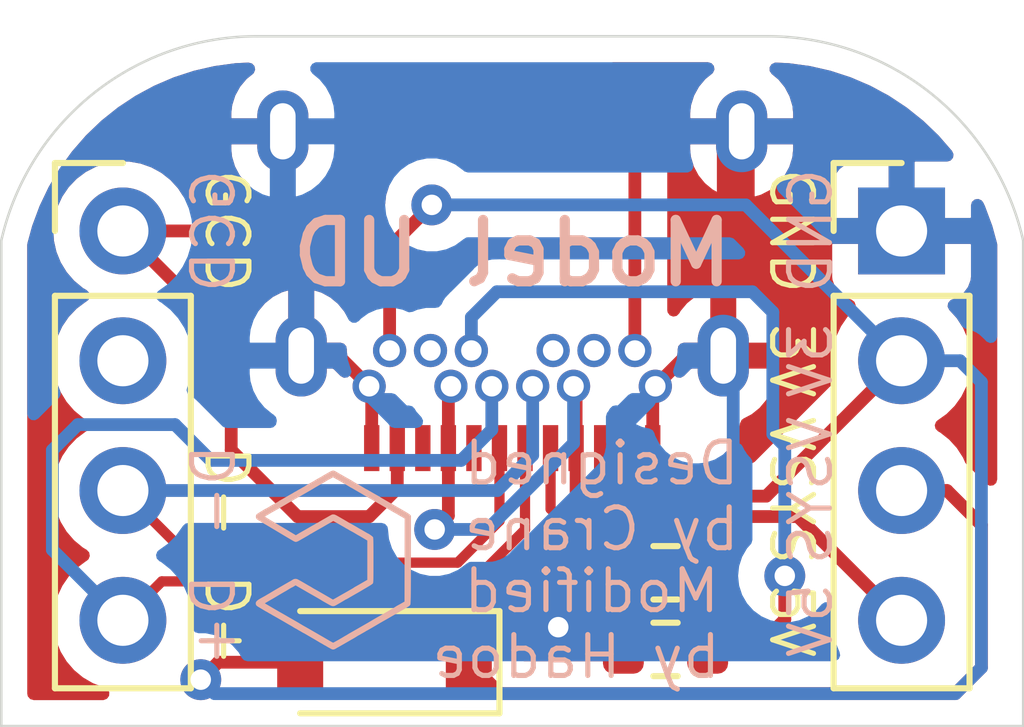
<source format=kicad_pcb>
(kicad_pcb (version 20211014) (generator pcbnew)
  (layers (0 "F.Cu" signal) (31 "B.Cu" signal) (34 "B.Paste" user) (35 "F.Paste" user) (36 "B.SilkS" user "B.Silkscreen") (37 "F.SilkS" user "F.Silkscreen") (38 "B.Mask" user) (39 "F.Mask" user) (44 "Edge.Cuts" user))
  (net 0 "")
  (net 1 "GND")
  (net 2 "3V3")
  (net 3 "VBUS")
  (net 4 "Net-(J1-PadA5)")
  (net 5 "D+")
  (net 6 "D-")
  (net 7 "Net-(J1-PadA8)")
  (net 8 "D3V")
  (net 9 "Net-(J1-PadB5)")
  (net 10 "Net-(J1-PadB8)")
  (net 11 "VSYS")
  (footprint "Model_S:PinHeader_1x04_P2.54mm_Vertical" (layer "F.Cu") (at 57.62 47.06)
    (fp_text reference "J3" hide)
    (fp_text value "Conn_01x04" hide)
    (fp_line (start -1.33 1.27) (end -1.33 8.95) (layer "F.SilkS") (width 0.12))
    (fp_line (start -1.33 1.27) (end 1.33 1.27) (layer "F.SilkS") (width 0.12))
    (fp_line (start -1.33 -1.33) (end 0 -1.33) (layer "F.SilkS") (width 0.12))
    (fp_line (start -1.33 0) (end -1.33 -1.33) (layer "F.SilkS") (width 0.12))
    (fp_line (start 1.33 1.27) (end 1.33 8.95) (layer "F.SilkS") (width 0.12))
    (fp_line (start -1.33 8.95) (end 1.33 8.95) (layer "F.SilkS") (width 0.12))
    (pad "1" thru_hole rect locked (at 0 0) (size 1.7 1.7) (drill 1) (layers *.Cu *.Mask) (net 1 "GND"))
    (pad "2" thru_hole oval locked (at 0 2.54) (size 1.7 1.7) (drill 1) (layers *.Cu *.Mask) (net 2 "3V3"))
    (pad "3" thru_hole oval locked (at 0 5.08) (size 1.7 1.7) (drill 1) (layers *.Cu *.Mask) (net 11 "VSYS"))
    (pad "4" thru_hole oval locked (at 0 7.62) (size 1.7 1.7) (drill 1) (layers *.Cu *.Mask) (net 3 "VBUS"))
  )
  (footprint "Model_S:Shou Han Type-C 24P QCHT" (layer "F.Cu") (at 50 43.25 180)
    (fp_text reference "J1" hide)
    (fp_text value "USB_C_Receptacle")
    (pad "" np_thru_hole circle locked (at 3.75 -7.5 180) (size 0.7 0.7) (drill 0.7) (layers *.Cu *.Mask))
    (pad "" np_thru_hole circle locked (at -3.6 -7.5 180) (size 0.7 0.7) (drill 0.7) (layers *.Cu *.Mask))
    (pad "A1" smd rect locked (at -2.75 -8.06 180) (size 0.3 0.9) (layers "F.Cu" "F.Paste" "F.Mask") (net 1 "GND"))
    (pad "A2" smd rect locked (at -2.25 -8.06 180) (size 0.3 0.9) (layers "F.Cu" "F.Paste" "F.Mask") (net 2 "3V3"))
    (pad "A3" smd rect locked (at -1.75 -8.06 180) (size 0.3 0.9) (layers "F.Cu" "F.Paste" "F.Mask"))
    (pad "A4" smd rect locked (at -1.25 -8.06 180) (size 0.3 0.9) (layers "F.Cu" "F.Paste" "F.Mask") (net 3 "VBUS"))
    (pad "A5" smd rect locked (at -0.75 -8.06 180) (size 0.3 0.9) (layers "F.Cu" "F.Paste" "F.Mask") (net 4 "Net-(J1-PadA5)"))
    (pad "A6" smd rect locked (at -0.25 -8.06 180) (size 0.3 0.9) (layers "F.Cu" "F.Paste" "F.Mask") (net 5 "D+"))
    (pad "A7" smd rect locked (at 0.25 -8.06 180) (size 0.3 0.9) (layers "F.Cu" "F.Paste" "F.Mask") (net 6 "D-"))
    (pad "A8" smd rect locked (at 0.75 -8.06 180) (size 0.3 0.9) (layers "F.Cu" "F.Paste" "F.Mask") (net 7 "Net-(J1-PadA8)"))
    (pad "A9" smd rect locked (at 1.25 -8.06 180) (size 0.3 0.9) (layers "F.Cu" "F.Paste" "F.Mask") (net 3 "VBUS"))
    (pad "A10" smd rect locked (at 1.75 -8.06 180) (size 0.3 0.9) (layers "F.Cu" "F.Paste" "F.Mask"))
    (pad "A11" smd rect locked (at 2.25 -8.06 180) (size 0.3 0.9) (layers "F.Cu" "F.Paste" "F.Mask") (net 8 "D3V"))
    (pad "A12" smd rect locked (at 2.75 -8.06 180) (size 0.3 0.9) (layers "F.Cu" "F.Paste" "F.Mask") (net 1 "GND"))
    (pad "B1" thru_hole circle locked (at 2.8 -6.85 180) (size 0.65 0.65) (drill 0.4) (layers *.Cu *.Mask) (net 1 "GND"))
    (pad "B2" thru_hole circle locked (at 2.4 -6.15 180) (size 0.65 0.65) (drill 0.4) (layers *.Cu *.Mask) (net 2 "3V3"))
    (pad "B3" thru_hole circle locked (at 1.6 -6.15 180) (size 0.65 0.65) (drill 0.4) (layers *.Cu *.Mask))
    (pad "B4" thru_hole circle locked (at 1.2 -6.85 180) (size 0.65 0.65) (drill 0.4) (layers *.Cu *.Mask) (net 3 "VBUS"))
    (pad "B5" thru_hole circle locked (at 0.8 -6.15 180) (size 0.65 0.65) (drill 0.4) (layers *.Cu *.Mask) (net 9 "Net-(J1-PadB5)"))
    (pad "B6" thru_hole circle locked (at 0.4 -6.85 180) (size 0.65 0.65) (drill 0.4) (layers *.Cu *.Mask) (net 5 "D+"))
    (pad "B7" thru_hole circle locked (at -0.4 -6.85 180) (size 0.65 0.65) (drill 0.4) (layers *.Cu *.Mask) (net 6 "D-"))
    (pad "B8" thru_hole circle locked (at -0.8 -6.15 180) (size 0.65 0.65) (drill 0.4) (layers *.Cu *.Mask) (net 10 "Net-(J1-PadB8)"))
    (pad "B9" thru_hole circle locked (at -1.2 -6.85 180) (size 0.65 0.65) (drill 0.4) (layers *.Cu *.Mask) (net 3 "VBUS"))
    (pad "B10" thru_hole circle locked (at -1.6 -6.15 180) (size 0.65 0.65) (drill 0.4) (layers *.Cu *.Mask))
    (pad "B11" thru_hole circle locked (at -2.4 -6.15 180) (size 0.65 0.65) (drill 0.4) (layers *.Cu *.Mask) (net 8 "D3V"))
    (pad "B12" thru_hole circle locked (at -2.8 -6.85 180) (size 0.65 0.65) (drill 0.4) (layers *.Cu *.Mask) (net 1 "GND"))
    (pad "S1" thru_hole oval locked (at -4.49 -1.86 180) (size 1 1.6) (drill oval 0.5 1.1) (layers *.Cu *.Mask) (net 1 "GND"))
    (pad "S1" thru_hole oval locked (at -4.13 -6.25 180) (size 1 1.6) (drill oval 0.5 1.1) (layers *.Cu *.Mask) (net 1 "GND"))
    (pad "S1" thru_hole oval locked (at 4.13 -6.25 180) (size 1 1.6) (drill oval 0.5 1.1) (layers *.Cu *.Mask) (net 1 "GND"))
    (pad "S1" thru_hole oval locked (at 4.49 -1.86 180) (size 1 1.6) (drill oval 0.5 1.1) (layers *.Cu *.Mask) (net 1 "GND"))
  )
  (footprint "Model_S:PinHeader_1x04_P2.54mm_Vertical" (layer "F.Cu") (at 42.38 47.06)
    (fp_text reference "J2" hide)
    (fp_text value "Conn_01x04" hide)
    (fp_line (start -1.33 1.27) (end -1.33 8.95) (layer "F.SilkS") (width 0.12))
    (fp_line (start -1.33 1.27) (end 1.33 1.27) (layer "F.SilkS") (width 0.12))
    (fp_line (start -1.33 8.95) (end 1.33 8.95) (layer "F.SilkS") (width 0.12))
    (fp_line (start 1.33 1.27) (end 1.33 8.95) (layer "F.SilkS") (width 0.12))
    (fp_line (start -1.33 -1.33) (end 0 -1.33) (layer "F.SilkS") (width 0.12))
    (fp_line (start -1.33 0) (end -1.33 -1.33) (layer "F.SilkS") (width 0.12))
    (pad "1" thru_hole circle locked (at 0 0) (size 1.7 1.7) (drill 1) (layers *.Cu *.Mask) (net 8 "D3V"))
    (pad "2" thru_hole oval locked (at 0 2.54) (size 1.7 1.7) (drill 1) (layers *.Cu *.Mask))
    (pad "3" thru_hole oval locked (at 0 5.08) (size 1.7 1.7) (drill 1) (layers *.Cu *.Mask) (net 6 "D-"))
    (pad "4" thru_hole oval locked (at 0 7.62) (size 1.7 1.7) (drill 1) (layers *.Cu *.Mask) (net 5 "D+"))
  )
  (footprint "Resistor_SMD:R_0603_1608Metric" (layer "F.Cu") (at 53 53.75 180)
    (fp_text reference "R1" hide)
    (fp_text value "5.1k" hide)
    (fp_line (start -0.237258 0.5225) (end 0.237258 0.5225) (layer "F.SilkS") (width 0.12))
    (fp_line (start -0.237258 -0.5225) (end 0.237258 -0.5225) (layer "F.SilkS") (width 0.12))
    (pad "1" smd roundrect locked (at -0.825 0 180) (size 0.8 0.95) (layers "F.Cu" "F.Paste" "F.Mask") (net 1 "GND"))
    (pad "2" smd roundrect locked (at 0.825 0 180) (size 0.8 0.95) (layers "F.Cu" "F.Paste" "F.Mask") (net 4 "Net-(J1-PadA5)"))
  )
  (footprint "Resistor_SMD:R_0603_1608Metric" (layer "F.Cu") (at 53 55.25 180)
    (fp_text reference "RE" hide)
    (fp_text value "5.1k" hide)
    (fp_line (start -0.237258 0.5225) (end 0.237258 0.5225) (layer "F.SilkS") (width 0.12))
    (fp_line (start -0.237258 -0.5225) (end 0.237258 -0.5225) (layer "F.SilkS") (width 0.12))
    (pad "1" smd roundrect locked (at -0.825 0 180) (size 0.8 0.95) (layers "F.Cu" "F.Paste" "F.Mask") (net 9 "Net-(J1-PadB5)"))
    (pad "2" smd roundrect locked (at 0.825 0 180) (size 0.8 0.95) (layers "F.Cu" "F.Paste" "F.Mask") (net 1 "GND"))
  )
  (footprint "Diode_SMD:D_SOD-123" (layer "F.Cu") (at 47.5 55.5 180)
    (fp_text reference "D1" hide)
    (fp_text value "MBR120" hide)
    (fp_line (start -2.25 -1) (end 1.65 -1) (layer "F.SilkS") (width 0.12))
    (fp_line (start -2.25 1) (end 1.65 1) (layer "F.SilkS") (width 0.12))
    (fp_line (start -2.25 -1) (end -2.25 1) (layer "F.SilkS") (width 0.12))
    (pad "1" smd rect locked (at -1.65 0 180) (size 0.9 1.2) (layers "F.Cu" "F.Paste" "F.Mask") (net 11 "VSYS"))
    (pad "2" smd rect locked (at 1.65 0 180) (size 0.9 1.2) (layers "F.Cu" "F.Paste" "F.Mask") (net 2 "3V3"))
  )
  (footprint "HTangl:Crane_C" (layer "B.Cu") (at 46.5 53.5 180)
    (fp_text reference "G***" hide)
    (fp_text value "LOGO" hide)
    (fp_poly (pts (xy 0.030747 1.73995) (xy 0.053309 1.729991) (xy 0.082054 1.714784) (xy 0.102524 1.70342) (xy 0.131542 1.687069) (xy 0.159656 1.670965) (xy 0.184313 1.656586) (xy 0.20296 1.645414) (xy 0.208553 1.641928) (xy 0.224011 1.632273) (xy 0.235328 1.625569) (xy 0.239713 1.623391) (xy 0.244949 1.620802) (xy 0.257665 1.613821) (xy 0.275806 1.603625) (xy 0.297317 1.591394) (xy 0.320144 1.578306) (xy 0.342231 1.56554) (xy 0.361524 1.554274) (xy 0.375967 1.545688) (xy 0.383506 1.540959) (xy 0.383761 1.540774) (xy 0.391273 1.536062) (xy 0.405228 1.527989) (xy 0.419652 1.519938) (xy 0.451648 1.502298) (xy 0.476123 1.488644) (xy 0.495268 1.477703) (xy 0.511272 1.468202) (xy 0.526326 1.458867) (xy 0.542333 1.448611) (xy 0.559961 1.437407) (xy 0.573793 1.428996) (xy 0.581434 1.424822) (xy 0.582122 1.424609) (xy 0.587921 1.422004) (xy 0.600299 1.415227) (xy 0.614051 1.407234) (xy 0.636449 1.394187) (xy 0.661235 1.380135) (xy 0.673652 1.373261) (xy 0.692391 1.362735) (xy 0.709188 1.352821) (xy 0.717826 1.34736) (xy 0.731225 1.339327) (xy 0.741279 1.334577) (xy 0.750823 1.329877) (xy 0.76606 1.321104) (xy 0.781419 1.311592) (xy 0.797277 1.301645) (xy 0.809065 1.294617) (xy 0.814091 1.292087) (xy 0.819271 1.289429) (xy 0.832647 1.281966) (xy 0.85288 1.270461) (xy 0.87863 1.255678) (xy 0.908557 1.238384) (xy 0.930186 1.225826) (xy 0.962284 1.207254) (xy 0.991236 1.190692) (xy 1.015672 1.176907) (xy 1.034223 1.166667) (xy 1.045519 1.160741) (xy 1.048334 1.159565) (xy 1.055163 1.156183) (xy 1.063274 1.149647) (xy 1.073867 1.141647) (xy 1.090234 1.13118) (xy 1.104348 1.123021) (xy 1.125117 1.111487) (xy 1.145892 1.099783) (xy 1.156804 1.093539) (xy 1.174761 1.083338) (xy 1.196211 1.071405) (xy 1.207779 1.06507) (xy 1.227757 1.053882) (xy 1.251737 1.039983) (xy 1.273224 1.027166) (xy 1.290708 1.016666) (xy 1.304115 1.008845) (xy 1.311044 1.005096) (xy 1.311462 1.004957) (xy 1.318428 1.002157) (xy 1.332872 0.994496) (xy 1.352977 0.983078) (xy 1.376926 0.969008) (xy 1.402905 0.953391) (xy 1.429096 0.937333) (xy 1.453685 0.921937) (xy 1.474855 0.908309) (xy 1.490791 0.897553) (xy 1.499675 0.890776) (xy 1.500505 0.889926) (xy 1.509755 0.873656) (xy 1.512898 0.852222) (xy 1.512929 0.849391) (xy 1.511205 0.831455) (xy 1.505071 0.816108) (xy 1.493143 0.801805) (xy 1.474039 0.787) (xy 1.446377 0.770149) (xy 1.437686 0.765283) (xy 1.413768 0.75175) (xy 1.390706 0.738186) (xy 1.372065 0.726705) (xy 1.365636 0.722489) (xy 1.351851 0.71349) (xy 1.342069 0.707808) (xy 1.339469 0.706783) (xy 1.334303 0.704021) (xy 1.320512 0.696069) (xy 1.298934 0.683424) (xy 1.270411 0.666585) (xy 1.23578 0.646048) (xy 1.195883 0.622312) (xy 1.151558 0.595874) (xy 1.103647 0.567234) (xy 1.058855 0.540406) (xy 1.007939 0.509933) (xy 0.95944 0.481008) (xy 0.914257 0.454159) (xy 0.873289 0.429915) (xy 0.837435 0.408807) (xy 0.807595 0.391364) (xy 0.784666 0.378114) (xy 0.769549 0.369589) (xy 0.763558 0.366471) (xy 0.745153 0.360605) (xy 0.727517 0.360115) (xy 0.707875 0.365505) (xy 0.68345 0.377276) (xy 0.673652 0.38277) (xy 0.653313 0.39444) (xy 0.635548 0.40462) (xy 0.623381 0.411579) (xy 0.621196 0.412824) (xy 0.58175 0.435278) (xy 0.550543 0.453122) (xy 0.526189 0.467165) (xy 0.507304 0.478215) (xy 0.492505 0.487081) (xy 0.480406 0.494572) (xy 0.471173 0.500487) (xy 0.455674 0.510238) (xy 0.444038 0.516959) (xy 0.439305 0.519044) (xy 0.433049 0.521798) (xy 0.421182 0.528738) (xy 0.415393 0.532414) (xy 0.403656 0.539606) (xy 0.384386 0.550931) (xy 0.359704 0.565163) (xy 0.331731 0.581076) (xy 0.311978 0.592193) (xy 0.283129 0.608386) (xy 0.256246 0.623528) (xy 0.233409 0.636442) (xy 0.216698 0.645955) (xy 0.209826 0.64992) (xy 0.178993 0.6679) (xy 0.148398 0.685603) (xy 0.119553 0.702167) (xy 0.093969 0.716734) (xy 0.073158 0.728443) (xy 0.05863 0.736435) (xy 0.051897 0.739849) (xy 0.051651 0.739913) (xy 0.045957 0.742739) (xy 0.034568 0.749863) (xy 0.028795 0.753718) (xy 0.015086 0.762157) (xy 0.004661 0.767038) (xy 0.002341 0.767522) (xy -0.004249 0.76487) (xy -0.018665 0.757522) (xy -0.039222 0.746387) (xy -0.064232 0.732374) (xy -0.086106 0.719824) (xy -0.115842 0.702648) (xy -0.144711 0.686076) (xy -0.170317 0.671474) (xy -0.190266 0.66021) (xy -0.198783 0.655482) (xy -0.217732 0.644742) (xy -0.234927 0.634407) (xy -0.243809 0.628636) (xy -0.254903 0.621577) (xy -0.261706 0.618444) (xy -0.261864 0.618435) (xy -0.268123 0.615723) (xy -0.280305 0.608808) (xy -0.288511 0.603759) (xy -0.30633 0.593057) (xy -0.328441 0.580512) (xy -0.344999 0.571537) (xy -0.371784 0.557207) (xy -0.395759 0.543866) (xy -0.420791 0.529304) (xy -0.450749 0.511314) (xy -0.455373 0.508507) (xy -0.473076 0.4979) (xy -0.486784 0.489964) (xy -0.494089 0.486086) (xy -0.49463 0.485913) (xy -0.500286 0.483078) (xy -0.515113 0.474678) (xy -0.538838 0.460873) (xy -0.571189 0.441822) (xy -0.611892 0.417685) (xy -0.639141 0.401465) (xy -0.66813 0.384189) (xy -0.66813 -0.391099) (xy -0.644663 -0.404544) (xy -0.631195 -0.412297) (xy -0.610713 -0.424131) (xy -0.585752 -0.438582) (xy -0.558845 -0.454182) (xy -0.552174 -0.458054) (xy -0.523694 -0.47449) (xy -0.495068 -0.490844) (xy -0.469361 -0.505377) (xy -0.449635 -0.516348) (xy -0.447261 -0.517645) (xy -0.428452 -0.528197) (xy -0.412766 -0.537572) (xy -0.403414 -0.543845) (xy -0.403087 -0.544112) (xy -0.392916 -0.551333) (xy -0.378439 -0.560254) (xy -0.375478 -0.561949) (xy -0.362554 -0.569301) (xy -0.343075 -0.58046) (xy -0.320047 -0.593703) (xy -0.303696 -0.603133) (xy -0.278937 -0.617376) (xy -0.254646 -0.631261) (xy -0.234278 -0.642816) (xy -0.225011 -0.648015) (xy -0.209196 -0.656845) (xy -0.193243 -0.66583) (xy -0.175432 -0.675954) (xy -0.154045 -0.688198) (xy -0.127362 -0.703545) (xy -0.093664 -0.722979) (xy -0.074621 -0.733972) (xy -0.048181 -0.749048) (xy -0.024929 -0.761943) (xy -0.006606 -0.771721) (xy 0.005047 -0.777446) (xy 0.008205 -0.778551) (xy 0.015437 -0.775853) (xy 0.029105 -0.768779) (xy 0.046302 -0.75884) (xy 0.046935 -0.758457) (xy 0.061993 -0.749488) (xy 0.084039 -0.736568) (xy 0.111635 -0.720522) (xy 0.14334 -0.702176) (xy 0.177718 -0.682354) (xy 0.213328 -0.661883) (xy 0.248733 -0.641587) (xy 0.282493 -0.622292) (xy 0.31317 -0.604823) (xy 0.339325 -0.590006) (xy 0.35952 -0.578666) (xy 0.372315 -0.571628) (xy 0.375478 -0.569984) (xy 0.386982 -0.563728) (xy 0.404152 -0.553617) (xy 0.423377 -0.54178) (xy 0.424348 -0.541168) (xy 0.441383 -0.530559) (xy 0.454377 -0.522727) (xy 0.460904 -0.519129) (xy 0.461196 -0.519043) (xy 0.466253 -0.516374) (xy 0.479509 -0.508875) (xy 0.499639 -0.49731) (xy 0.525319 -0.482441) (xy 0.555226 -0.465032) (xy 0.577979 -0.451736) (xy 0.611394 -0.432385) (xy 0.64281 -0.414577) (xy 0.670598 -0.399206) (xy 0.693132 -0.387163) (xy 0.708784 -0.37934) (xy 0.714206 -0.37704) (xy 0.743741 -0.372363) (xy 0.77365 -0.378657) (xy 0.797891 -0.391722) (xy 0.81558 -0.403108) (xy 0.83714 -0.415966) (xy 0.850348 -0.423378) (xy 0.865167 -0.431612) (xy 0.887277 -0.444132) (xy 0.914434 -0.459657) (xy 0.944391 -0.476903) (xy 0.969065 -0.491195) (xy 1.001925 -0.510282) (xy 1.035943 -0.530038) (xy 1.068192 -0.548764) (xy 1.095743 -0.564759) (xy 1.10987 -0.572959) (xy 1.138714 -0.589854) (xy 1.170978 -0.608995) (xy 1.201279 -0.62718) (xy 1.212022 -0.6337) (xy 1.235935 -0.648151) (xy 1.259322 -0.662065) (xy 1.278718 -0.67339) (xy 1.286565 -0.677847) (xy 1.301912 -0.686578) (xy 1.313486 -0.693483) (xy 1.316935 -0.695739) (xy 1.324718 -0.700599) (xy 1.338425 -0.708495) (xy 1.347304 -0.713436) (xy 1.383742 -0.733525) (xy 1.412017 -0.749312) (xy 1.433691 -0.761725) (xy 1.450327 -0.771693) (xy 1.463488 -0.780145) (xy 1.474737 -0.78801) (xy 1.482375 -0.793712) (xy 1.503391 -0.813734) (xy 1.51396 -0.834531) (xy 1.51465 -0.85765) (xy 1.511092 -0.871717) (xy 1.506831 -0.881134) (xy 1.499654 -0.889915) (xy 1.487742 -0.899595) (xy 1.469276 -0.911706) (xy 1.449457 -0.923646) (xy 1.422146 -0.939847) (xy 1.393306 -0.957046) (xy 1.367149 -0.972726) (xy 1.354058 -0.980623) (xy 1.335546 -0.991667) (xy 1.320896 -1.000093) (xy 1.312449 -1.004569) (xy 1.311362 -1.004956) (xy 1.305788 -1.007635) (xy 1.293313 -1.014727) (xy 1.276417 -1.024813) (xy 1.272761 -1.027043) (xy 1.255176 -1.037569) (xy 1.241402 -1.04537) (xy 1.233974 -1.049023) (xy 1.233483 -1.04913) (xy 1.227183 -1.051977) (xy 1.216284 -1.058875) (xy 1.215635 -1.059324) (xy 1.20344 -1.067063) (xy 1.185318 -1.077714) (xy 1.165105 -1.089026) (xy 1.164297 -1.089466) (xy 1.143478 -1.100964) (xy 1.117157 -1.115753) (xy 1.089369 -1.131557) (xy 1.073188 -1.140858) (xy 1.049504 -1.154526) (xy 1.027726 -1.167067) (xy 1.0106 -1.1769) (xy 1.002196 -1.181698) (xy 0.991774 -1.187698) (xy 0.973908 -1.198078) (xy 0.950676 -1.211625) (xy 0.924156 -1.22713) (xy 0.908895 -1.236068) (xy 0.882939 -1.251229) (xy 0.860547 -1.26421) (xy 0.843347 -1.274073) (xy 0.832968 -1.279883) (xy 0.830648 -1.281043) (xy 0.825621 -1.283757) (xy 0.813354 -1.291048) (xy 0.795976 -1.30164) (xy 0.784621 -1.308652) (xy 0.76512 -1.320578) (xy 0.749336 -1.329913) (xy 0.739469 -1.335374) (xy 0.737346 -1.336261) (xy 0.73165 -1.338943) (xy 0.719078 -1.346041) (xy 0.702127 -1.356136) (xy 0.6985 -1.358348) (xy 0.681087 -1.36885) (xy 0.667678 -1.376645) (xy 0.660719 -1.380319) (xy 0.660315 -1.380435) (xy 0.65494 -1.383095) (xy 0.642602 -1.390141) (xy 0.625743 -1.40017) (xy 0.62186 -1.402522) (xy 0.604186 -1.413022) (xy 0.590323 -1.420817) (xy 0.582804 -1.424492) (xy 0.582282 -1.424609) (xy 0.576464 -1.427254) (xy 0.563355 -1.434386) (xy 0.545127 -1.4448) (xy 0.531106 -1.453027) (xy 0.507834 -1.466729) (xy 0.478497 -1.483869) (xy 0.446613 -1.502398) (xy 0.415701 -1.520267) (xy 0.41137 -1.522762) (xy 0.380781 -1.540485) (xy 0.348591 -1.559334) (xy 0.318364 -1.577209) (xy 0.293666 -1.592012) (xy 0.290828 -1.593734) (xy 0.270396 -1.606039) (xy 0.25372 -1.615851) (xy 0.242878 -1.621962) (xy 0.239849 -1.623391) (xy 0.234422 -1.626067) (xy 0.222066 -1.63315) (xy 0.205234 -1.643226) (xy 0.201544 -1.645478) (xy 0.184057 -1.65599) (xy 0.170493 -1.663788) (xy 0.163333 -1.667453) (xy 0.162891 -1.667565) (xy 0.157292 -1.670245) (xy 0.144797 -1.677338) (xy 0.127889 -1.687426) (xy 0.124239 -1.689652) (xy 0.106795 -1.700159) (xy 0.093321 -1.707955) (xy 0.086277 -1.711625) (xy 0.085857 -1.711739) (xy 0.08026 -1.714354) (xy 0.068215 -1.721105) (xy 0.056965 -1.727755) (xy 0.033012 -1.740615) (xy 0.013862 -1.74658) (xy -0.003743 -1.746305) (xy -0.0172 -1.742642) (xy -0.035962 -1.734323) (xy -0.053573 -1.723952) (xy -0.053944 -1.723689) (xy -0.065568 -1.715906) (xy -0.072925 -1.711889) (xy -0.073587 -1.711739) (xy -0.078939 -1.709068) (xy -0.092818 -1.701444) (xy -0.114195 -1.689455) (xy -0.142041 -1.673686) (xy -0.175329 -1.654723) (xy -0.21303 -1.633152) (xy -0.254116 -1.609558) (xy -0.297558 -1.584529) (xy -0.342328 -1.558649) (xy -0.34787 -1.55544) (xy -0.36491 -1.545708) (xy -0.384873 -1.534496) (xy -0.392043 -1.530516) (xy -0.409346 -1.520489) (xy -0.431236 -1.507165) (xy -0.453102 -1.493355) (xy -0.453985 -1.492785) (xy -0.471614 -1.481581) (xy -0.485445 -1.47317) (xy -0.493086 -1.468996) (xy -0.493775 -1.468782) (xy -0.499573 -1.466177) (xy -0.511951 -1.4594) (xy -0.525703 -1.451407) (xy -0.548101 -1.438361) (xy -0.572887 -1.424309) (xy -0.585304 -1.417434) (xy -0.604261 -1.406717) (xy -0.621459 -1.396395) (xy -0.630331 -1.390635) (xy -0.641195 -1.383596) (xy -0.647539 -1.380446) (xy -0.647687 -1.380435) (xy -0.653346 -1.377732) (xy -0.667335 -1.370073) (xy -0.688481 -1.358132) (xy -0.715613 -1.342581) (xy -0.74756 -1.324095) (xy -0.78315 -1.303346) (xy -0.821211 -1.28101) (xy -0.84373 -1.267726) (xy -0.891689 -1.239521) (xy -0.934547 -1.214599) (xy -0.970817 -1.193818) (xy -0.996674 -1.179323) (xy -1.006609 -1.173724) (xy -1.024526 -1.163505) (xy -1.048849 -1.149577) (xy -1.077997 -1.132845) (xy -1.110394 -1.11422) (xy -1.14446 -1.094607) (xy -1.178617 -1.074916) (xy -1.211288 -1.056054) (xy -1.240893 -1.038929) (xy -1.261717 -1.026854) (xy -1.312949 -0.997075) (xy -1.355496 -0.972273) (xy -1.390242 -0.951906) (xy -1.418069 -0.935432) (xy -1.43986 -0.922311) (xy -1.456496 -0.912) (xy -1.468861 -0.903957) (xy -1.477836 -0.897642) (xy -1.484304 -0.892513) (xy -1.489147 -0.888028) (xy -1.49094 -0.886173) (xy -1.495604 -0.880849) (xy -1.499133 -0.875089) (xy -1.501749 -0.867282) (xy -1.503672 -0.855818) (xy -1.505125 -0.839085) (xy -1.506329 -0.815472) (xy -1.507506 -0.783367) (xy -1.508264 -0.760184) (xy -1.508705 -0.741051) (xy -1.509138 -0.711636) (xy -1.50956 -0.672701) (xy -1.509967 -0.625007) (xy -1.510356 -0.569315) (xy -1.510723 -0.506387) (xy -1.511065 -0.436985) (xy -1.511378 -0.361871) (xy -1.511658 -0.281804) (xy -1.511901 -0.197548) (xy -1.512104 -0.109864) (xy -1.512264 -0.019512) (xy -1.512376 0.072745) (xy -1.512406 0.107883) (xy -1.512919 0.813767) (xy -1.399761 0.813767) (xy -1.399659 0.746471) (xy -1.399637 0.732772) (xy -1.399597 0.708743) (xy -1.399541 0.675098) (xy -1.39947 0.632552) (xy -1.399384 0.581817) (xy -1.399286 0.523607) (xy -1.399176 0.458637) (xy -1.399055 0.38762) (xy -1.398926 0.31127) (xy -1.398788 0.2303) (xy -1.398643 0.145425) (xy -1.398493 0.057358) (xy -1.398339 -0.033188) (xy -1.398278 -0.068494) (xy -1.397 -0.816163) (xy -1.36525 -0.83443) (xy -1.350784 -0.842744) (xy -1.339316 -0.849283) (xy -1.328317 -0.855455) (xy -1.315257 -0.862665) (xy -1.297608 -0.87232) (xy -1.27284 -0.885827) (xy -1.272271 -0.886136) (xy -1.253241 -0.896717) (xy -1.237584 -0.9058) (xy -1.22821 -0.911689) (xy -1.227384 -0.912303) (xy -1.219332 -0.917861) (xy -1.205846 -0.926409) (xy -1.189853 -0.936185) (xy -1.17428 -0.945425) (xy -1.162054 -0.952369) (xy -1.1561 -0.955255) (xy -1.156026 -0.955261) (xy -1.150504 -0.957962) (xy -1.138836 -0.964858) (xy -1.130466 -0.970077) (xy -1.109158 -0.983179) (xy -1.08064 -0.999991) (xy -1.043901 -1.021103) (xy -1.021522 -1.033803) (xy -1.005937 -1.042752) (xy -0.986029 -1.054359) (xy -0.971826 -1.062728) (xy -0.954288 -1.07291) (xy -0.930499 -1.086437) (xy -0.903901 -1.101364) (xy -0.883478 -1.112693) (xy -0.855037 -1.128642) (xy -0.821537 -1.147837) (xy -0.787336 -1.167762) (xy -0.759239 -1.18443) (xy -0.732642 -1.200321) (xy -0.707118 -1.215444) (xy -0.685315 -1.228239) (xy -0.66988 -1.237144) (xy -0.66813 -1.238131) (xy -0.657078 -1.244395) (xy -0.637889 -1.255345) (xy -0.612001 -1.270156) (xy -0.580848 -1.288007) (xy -0.545868 -1.308074) (xy -0.508497 -1.329536) (xy -0.496956 -1.336168) (xy -0.459487 -1.357684) (xy -0.424279 -1.377866) (xy -0.392702 -1.39593) (xy -0.366129 -1.411093) (xy -0.345931 -1.422571) (xy -0.333479 -1.429582) (xy -0.331304 -1.430781) (xy -0.316697 -1.439133) (xy -0.297067 -1.450879) (xy -0.276913 -1.46332) (xy -0.259814 -1.473896) (xy -0.246702 -1.481697) (xy -0.240036 -1.485267) (xy -0.239724 -1.485348) (xy -0.234287 -1.488016) (xy -0.222256 -1.494964) (xy -0.208529 -1.503281) (xy -0.184991 -1.517545) (xy -0.157661 -1.533693) (xy -0.128159 -1.550816) (xy -0.098105 -1.568001) (xy -0.069119 -1.584336) (xy -0.042821 -1.598911) (xy -0.02083 -1.610813) (xy -0.004768 -1.619132) (xy 0.003746 -1.622955) (xy 0.004434 -1.623102) (xy 0.011873 -1.620564) (xy 0.026535 -1.613461) (xy 0.046187 -1.602932) (xy 0.065173 -1.592124) (xy 0.093513 -1.575568) (xy 0.124654 -1.557366) (xy 0.153649 -1.540409) (xy 0.165652 -1.533386) (xy 0.187928 -1.520371) (xy 0.208448 -1.508424) (xy 0.224106 -1.49935) (xy 0.229152 -1.49645) (xy 0.238319 -1.49118) (xy 0.255579 -1.481229) (xy 0.279465 -1.467442) (xy 0.308511 -1.450667) (xy 0.341249 -1.43175) (xy 0.372717 -1.41356) (xy 0.408088 -1.393134) (xy 0.441608 -1.373821) (xy 0.47169 -1.356531) (xy 0.49675 -1.342175) (xy 0.515201 -1.331663) (xy 0.524565 -1.326396) (xy 0.568547 -1.301766) (xy 0.609862 -1.27803) (xy 0.645618 -1.256861) (xy 0.659848 -1.24817) (xy 0.680393 -1.235725) (xy 0.705986 -1.220606) (xy 0.73203 -1.205521) (xy 0.739597 -1.201205) (xy 0.760122 -1.189552) (xy 0.777146 -1.179871) (xy 0.792556 -1.171079) (xy 0.808238 -1.162091) (xy 0.826079 -1.151824) (xy 0.847967 -1.139195) (xy 0.875787 -1.12312) (xy 0.908326 -1.104309) (xy 0.938934 -1.08665) (xy 0.968548 -1.069631) (xy 0.994917 -1.054542) (xy 1.01579 -1.042671) (xy 1.027044 -1.036344) (xy 1.042398 -1.027678) (xy 1.064836 -1.014847) (xy 1.091904 -0.99926) (xy 1.121153 -0.982328) (xy 1.137478 -0.972838) (xy 1.171098 -0.953265) (xy 1.207931 -0.931829) (xy 1.244111 -0.910777) (xy 1.275772 -0.892361) (xy 1.283804 -0.887691) (xy 1.307854 -0.87368) (xy 1.328196 -0.861778) (xy 1.343067 -0.853019) (xy 1.350708 -0.848438) (xy 1.351337 -0.848024) (xy 1.347156 -0.845075) (xy 1.334741 -0.837461) (xy 1.315454 -0.82599) (xy 1.290655 -0.811466) (xy 1.261704 -0.794697) (xy 1.249185 -0.787494) (xy 1.216904 -0.768906) (xy 1.186302 -0.751187) (xy 1.159238 -0.735423) (xy 1.137573 -0.722698) (xy 1.123168 -0.714098) (xy 1.120913 -0.712715) (xy 1.101724 -0.701014) (xy 1.07655 -0.685923) (xy 1.047864 -0.668898) (xy 1.018136 -0.651391) (xy 0.989838 -0.634858) (xy 0.965443 -0.620752) (xy 0.947421 -0.610528) (xy 0.944217 -0.608757) (xy 0.924887 -0.597816) (xy 0.905843 -0.586496) (xy 0.900044 -0.58289) (xy 0.877223 -0.568673) (xy 0.854728 -0.555103) (xy 0.834646 -0.543391) (xy 0.819067 -0.534747) (xy 0.810079 -0.530382) (xy 0.808935 -0.530087) (xy 0.802623 -0.527384) (xy 0.789749 -0.520292) (xy 0.77308 -0.510336) (xy 0.772787 -0.510156) (xy 0.740495 -0.490224) (xy 0.661519 -0.535668) (xy 0.633371 -0.551859) (xy 0.60713 -0.566944) (xy 0.584931 -0.579697) (xy 0.568909 -0.58889) (xy 0.563217 -0.592147) (xy 0.550081 -0.599708) (xy 0.530555 -0.611018) (xy 0.507782 -0.624256) (xy 0.494196 -0.632173) (xy 0.470128 -0.64613) (xy 0.446616 -0.659622) (xy 0.427191 -0.670628) (xy 0.419652 -0.674823) (xy 0.398729 -0.686479) (xy 0.373294 -0.700884) (xy 0.345277 -0.716919) (xy 0.316606 -0.733466) (xy 0.289209 -0.749405) (xy 0.265016 -0.763618) (xy 0.245955 -0.774986) (xy 0.233954 -0.782389) (xy 0.231913 -0.783743) (xy 0.21871 -0.792242) (xy 0.201244 -0.80269) (xy 0.193261 -0.807248) (xy 0.174056 -0.818044) (xy 0.155092 -0.828748) (xy 0.149087 -0.832151) (xy 0.108881 -0.855086) (xy 0.076772 -0.873077) (xy 0.051045 -0.886255) (xy 0.02999 -0.89475) (xy 0.011893 -0.898693) (xy -0.004958 -0.898215) (xy -0.022276 -0.893447) (xy -0.041773 -0.884519) (xy -0.065161 -0.871562) (xy -0.094153 -0.854708) (xy -0.100237 -0.851191) (xy -0.130082 -0.83389) (xy -0.158704 -0.817124) (xy -0.183847 -0.802229) (xy -0.203255 -0.790537) (xy -0.212288 -0.78493) (xy -0.227619 -0.775561) (xy -0.239174 -0.769241) (xy -0.243602 -0.767522) (xy -0.249771 -0.764897) (xy -0.263225 -0.757815) (xy -0.281761 -0.747468) (xy -0.296358 -0.739047) (xy -0.328904 -0.720115) (xy -0.364291 -0.699662) (xy -0.399855 -0.679216) (xy -0.432932 -0.660306) (xy -0.460858 -0.644461) (xy -0.47487 -0.636594) (xy -0.489704 -0.628134) (xy -0.511001 -0.615749) (xy -0.535753 -0.601197) (xy -0.557696 -0.588178) (xy -0.584858 -0.572027) (xy -0.617679 -0.55257) (xy -0.652293 -0.532098) (xy -0.684837 -0.512896) (xy -0.689335 -0.510247) (xy -0.725049 -0.488413) (xy -0.750699 -0.470899) (xy -0.766255 -0.457726) (xy -0.77078 -0.45182) (xy -0.772241 -0.447519) (xy -0.773514 -0.44018) (xy -0.774611 -0.429109) (xy -0.775544 -0.41361) (xy -0.776325 -0.392989) (xy -0.776967 -0.366551) (xy -0.777481 -0.333599) (xy -0.777879 -0.29344) (xy -0.778174 -0.245379) (xy -0.778378 -0.188719) (xy -0.778502 -0.122767) (xy -0.778558 -0.046826) (xy -0.778565 -0.003295) (xy -0.778516 0.083163) (xy -0.778364 0.159052) (xy -0.778103 0.224849) (xy -0.777725 0.281029) (xy -0.777224 0.328067) (xy -0.776593 0.366439) (xy -0.775825 0.396619) (xy -0.774914 0.419084) (xy -0.773852 0.434307) (xy -0.772633 0.442766) (xy -0.772151 0.444255) (xy -0.765851 0.451533) (xy -0.752928 0.462707) (xy -0.735888 0.475963) (xy -0.717235 0.489486) (xy -0.699475 0.501463) (xy -0.685114 0.510078) (xy -0.676656 0.513518) (xy -0.676497 0.513522) (xy -0.671191 0.516169) (xy -0.658038 0.52348) (xy -0.638703 0.534508) (xy -0.61485 0.548308) (xy -0.598769 0.557696) (xy -0.572998 0.572718) (xy -0.550752 0.58555) (xy -0.533688 0.595244) (xy -0.523465 0.600855) (xy -0.521295 0.60187) (xy -0.515939 0.60454) (xy -0.503686 0.611593) (xy -0.487026 0.621589) (xy -0.48435 0.623223) (xy -0.456934 0.639661) (xy -0.424556 0.658547) (xy -0.390746 0.677866) (xy -0.359033 0.695602) (xy -0.332945 0.709742) (xy -0.331304 0.710606) (xy -0.315151 0.719256) (xy -0.302186 0.726483) (xy -0.298174 0.728868) (xy -0.280156 0.739922) (xy -0.25543 0.754703) (xy -0.225868 0.772131) (xy -0.19334 0.791124) (xy -0.159717 0.8106) (xy -0.126871 0.82948) (xy -0.096672 0.846681) (xy -0.070992 0.861123) (xy -0.051701 0.871724) (xy -0.043372 0.876095) (xy -0.013778 0.886914) (xy 0.012995 0.887729) (xy 0.03149 0.882157) (xy 0.041243 0.877222) (xy 0.058658 0.867808) (xy 0.081835 0.854963) (xy 0.108877 0.839738) (xy 0.132522 0.826261) (xy 0.162236 0.809246) (xy 0.190484 0.793098) (xy 0.215104 0.779051) (xy 0.233931 0.768339) (xy 0.242957 0.763234) (xy 0.262214 0.751951) (xy 0.281173 0.740155) (xy 0.287032 0.736303) (xy 0.299911 0.728236) (xy 0.308904 0.723706) (xy 0.310402 0.723348) (xy 0.316788 0.72065) (xy 0.329914 0.713512) (xy 0.347169 0.703368) (xy 0.35063 0.701261) (xy 0.368082 0.690753) (xy 0.381573 0.682957) (xy 0.388637 0.679288) (xy 0.389061 0.679174) (xy 0.394368 0.676537) (xy 0.407606 0.669227) (xy 0.427176 0.658149) (xy 0.451478 0.644207) (xy 0.473171 0.631646) (xy 0.503395 0.614151) (xy 0.533322 0.596959) (xy 0.560367 0.581546) (xy 0.581944 0.569388) (xy 0.590826 0.564469) (xy 0.611146 0.553052) (xy 0.636954 0.538133) (xy 0.66433 0.521993) (xy 0.680864 0.512076) (xy 0.735011 0.47933) (xy 0.876886 0.564226) (xy 0.918923 0.58936) (xy 0.967737 0.618515) (xy 1.020612 0.650069) (xy 1.074832 0.682402) (xy 1.127679 0.713893) (xy 1.176437 0.742922) (xy 1.185568 0.748354) (xy 1.231042 0.775303) (xy 1.267762 0.797087) (xy 1.296314 0.814434) (xy 1.317283 0.828071) (xy 1.331255 0.838727) (xy 1.338817 0.847129) (xy 1.340555 0.854003) (xy 1.337054 0.860079) (xy 1.328901 0.866082) (xy 1.316682 0.872741) (xy 1.300981 0.880782) (xy 1.294849 0.884017) (xy 1.273571 0.895764) (xy 1.252531 0.907948) (xy 1.23963 0.915833) (xy 1.222076 0.926699) (xy 1.205177 0.936666) (xy 1.200978 0.939023) (xy 1.186453 0.947006) (xy 1.167627 0.957345) (xy 1.156804 0.963285) (xy 1.107341 0.990793) (xy 1.052308 1.022019) (xy 0.995482 1.054793) (xy 0.940636 1.086944) (xy 0.909828 1.105286) (xy 0.883023 1.121257) (xy 0.859583 1.135032) (xy 0.84111 1.145686) (xy 0.829205 1.152294) (xy 0.825486 1.154044) (xy 0.819639 1.156728) (xy 0.80702 1.163806) (xy 0.790221 1.173818) (xy 0.788093 1.17512) (xy 0.75283 1.196523) (xy 0.720996 1.215427) (xy 0.694388 1.230781) (xy 0.674802 1.241538) (xy 0.670891 1.243547) (xy 0.660303 1.249216) (xy 0.641848 1.259461) (xy 0.617213 1.273318) (xy 0.588084 1.289823) (xy 0.556146 1.308011) (xy 0.523087 1.326917) (xy 0.490592 1.345575) (xy 0.460347 1.363022) (xy 0.434038 1.378292) (xy 0.413351 1.390421) (xy 0.399973 1.398444) (xy 0.397565 1.399951) (xy 0.384588 1.407947) (xy 0.364379 1.420027) (xy 0.339304 1.434807) (xy 0.311724 1.450902) (xy 0.284004 1.466928) (xy 0.258507 1.481501) (xy 0.254 1.484052) (xy 0.231412 1.496921) (xy 0.207005 1.510996) (xy 0.182837 1.525069) (xy 0.160968 1.537933) (xy 0.143456 1.548379) (xy 0.132359 1.555199) (xy 0.129761 1.556949) (xy 0.12259 1.561414) (xy 0.108315 1.569538) (xy 0.089599 1.579817) (xy 0.082826 1.583465) (xy 0.061215 1.595134) (xy 0.041189 1.60609) (xy 0.026416 1.614324) (xy 0.02418 1.615601) (xy 0.006947 1.625536) (xy -0.089016 1.571225) (xy -0.149727 1.53668) (xy -0.202644 1.506153) (xy -0.249733 1.478493) (xy -0.292961 1.452552) (xy -0.313223 1.440184) (xy -0.330281 1.429922) (xy -0.343398 1.422418) (xy -0.350015 1.419129) (xy -0.350252 1.419087) (xy -0.35603 1.416487) (xy -0.368395 1.409723) (xy -0.382137 1.401751) (xy -0.393451 1.395045) (xy -0.40331 1.389224) (xy -0.413348 1.383338) (xy -0.425199 1.376438) (xy -0.440496 1.367575) (xy -0.460874 1.3558) (xy -0.487964 1.340163) (xy -0.513522 1.325417) (xy -0.53857 1.310894) (xy -0.560356 1.298127) (xy -0.577007 1.288225) (xy -0.586648 1.282297) (xy -0.588065 1.281331) (xy -0.595164 1.276946) (xy -0.609474 1.268827) (xy -0.628448 1.258408) (xy -0.637761 1.253387) (xy -0.659489 1.241477) (xy -0.679117 1.230259) (xy -0.69339 1.221608) (xy -0.696592 1.219483) (xy -0.707677 1.212412) (xy -0.714471 1.209271) (xy -0.714631 1.209261) (xy -0.720603 1.206601) (xy -0.733578 1.199513) (xy -0.751138 1.189336) (xy -0.757953 1.185272) (xy -0.781816 1.17107) (xy -0.813686 1.152295) (xy -0.851987 1.129864) (xy -0.895142 1.10469) (xy -0.941572 1.077688) (xy -0.989702 1.049771) (xy -1.037953 1.021855) (xy -1.084749 0.994853) (xy -1.128513 0.96968) (xy -1.167668 0.94725) (xy -1.200636 0.928477) (xy -1.212022 0.922036) (xy -1.226369 0.91387) (xy -1.247902 0.901524) (xy -1.274253 0.886359) (xy -1.303055 0.869738) (xy -1.319696 0.860113) (xy -1.399761 0.813767) (xy -1.512919 0.813767) (xy -1.512956 0.86457) (xy -1.497772 0.881902) (xy -1.488681 0.889568) (xy -1.471511 0.901566) (xy -1.44785 0.916883) (xy -1.419284 0.934507) (xy -1.387398 0.953427) (xy -1.369391 0.963807) (xy -1.336185 0.982754) (xy -1.305132 1.00048) (xy -1.277873 1.016048) (xy -1.256047 1.028522) (xy -1.241295 1.036964) (xy -1.23687 1.039504) (xy -1.220481 1.048784) (xy -1.200352 1.059979) (xy -1.189935 1.0657) (xy -1.169033 1.077379) (xy -1.145364 1.090988) (xy -1.131956 1.098881) (xy -1.117254 1.107541) (xy -1.095171 1.120413) (xy -1.067907 1.136222) (xy -1.037665 1.15369) (xy -1.010478 1.169339) (xy -0.981401 1.186151) (xy -0.955269 1.201459) (xy -0.933739 1.214274) (xy -0.918469 1.22361) (xy -0.911119 1.228479) (xy -0.911087 1.228506) (xy -0.90196 1.23473) (xy -0.886738 1.24392) (xy -0.872435 1.25202) (xy -0.81041 1.286648) (xy -0.741477 1.326099) (xy -0.710902 1.34386) (xy -0.68836 1.356849) (xy -0.668649 1.367913) (xy -0.654125 1.375748) (xy -0.647674 1.378872) (xy -0.638569 1.38339) (xy -0.623196 1.391991) (xy -0.604667 1.402927) (xy -0.602142 1.404458) (xy -0.570189 1.423651) (xy -0.533962 1.445031) (xy -0.4971 1.466477) (xy -0.463241 1.485869) (xy -0.441739 1.497936) (xy -0.419989 1.510533) (xy -0.395486 1.525523) (xy -0.379229 1.535944) (xy -0.363002 1.546455) (xy -0.35076 1.554036) (xy -0.345034 1.557122) (xy -0.344961 1.557131) (xy -0.339474 1.559724) (xy -0.327329 1.566472) (xy -0.313602 1.574473) (xy -0.294013 1.585982) (xy -0.274413 1.597218) (xy -0.252022 1.609744) (xy -0.224061 1.625122) (xy -0.207065 1.634402) (xy -0.18949 1.644128) (xy -0.175556 1.652103) (xy -0.168413 1.656514) (xy -0.160639 1.66139) (xy -0.146948 1.669324) (xy -0.138043 1.67431) (xy -0.122272 1.683228) (xy -0.100563 1.695757) (xy -0.076457 1.709845) (xy -0.063967 1.717215) (xy -0.040327 1.730844) (xy -0.021168 1.740109) (xy -0.004358 1.744832) (xy 0.012236 1.744839) (xy 0.030747 1.73995)) (layer "B.SilkS") (width 0.01) (fill solid))
  )
  (gr_line (start 45 43.25) (end 55 43.25) (layer "Edge.Cuts") (width 0.05))
  (gr_arc (start 55 43.25) (mid 58.201369 44.373288) (end 60 47.25) (layer "Edge.Cuts") (width 0.05))
  (gr_arc (start 40 47.25) (mid 41.79863 44.373288) (end 45 43.25) (layer "Edge.Cuts") (width 0.05))
  (gr_line (start 60 56.75) (end 60 47.25) (layer "Edge.Cuts") (width 0.05))
  (gr_line (start 60 56.75) (end 40 56.75) (layer "Edge.Cuts") (width 0.05))
  (gr_line (start 40 56.75) (end 40 47.25) (layer "Edge.Cuts") (width 0.05))
  (gr_text "Model UD" (at 50 47.5) (layer "B.SilkS") (effects (font (size 1.2 1.2) (thickness 0.2)) (justify mirror)))
  (gr_text "D-" (at 44.158 52.14 90) (layer "B.SilkS") (effects (font (size 0.8 0.8) (thickness 0.1)) (justify mirror)))
  (gr_text "3V" (at 55.842 49.6 90) (layer "B.SilkS") (effects (font (size 0.8 0.8) (thickness 0.1)) (justify mirror)))
  (gr_text "GCD\n" (at 44.158 47.06 90) (layer "B.SilkS") (effects (font (size 0.8 0.8) (thickness 0.1)) (justify mirror)))
  (gr_text "GND" (at 55.842 47.06 90) (layer "B.SilkS") (effects (font (size 0.8 0.8) (thickness 0.1)) (justify mirror)))
  (gr_text "VSYS\n" (at 55.842 52.14 90) (layer "B.SilkS") (effects (font (size 0.8 0.8) (thickness 0.1)) (justify mirror)))
  (gr_text "D+" (at 44.158 54.68 -270) (layer "B.SilkS") (effects (font (size 0.8 0.8) (thickness 0.1)) (justify mirror)))
  (gr_text "5V\n" (at 55.842 54.68 90) (layer "B.SilkS") (effects (font (size 0.8 0.8) (thickness 0.1)) (justify mirror)))
  (gr_text "Designed\nby Crane" (at 51.75 52.25) (layer "B.SilkS") (effects (font (size 0.8 0.8) (thickness 0.1)) (justify mirror)))
  (gr_text "Modified \nby Hadoe" (at 51.25 54.75) (layer "B.SilkS") (effects (font (size 0.8 0.8) (thickness 0.1)) (justify mirror)))
  (gr_text "VSYS\n" (at 55.461 52.14 -90) (layer "F.SilkS") (effects (font (size 0.8 0.8) (thickness 0.1))))
  (gr_text "D+" (at 44.412 54.68 270) (layer "F.SilkS") (effects (font (size 0.8 0.8) (thickness 0.1))))
  (gr_text "GND" (at 55.461 47.06 -90) (layer "F.SilkS") (effects (font (size 0.8 0.8) (thickness 0.1))))
  (gr_text "GCD" (at 44.412 47.06 270) (layer "F.SilkS") (effects (font (size 0.8 0.8) (thickness 0.1))))
  (gr_text "5V\n" (at 55.461 54.68 -90) (layer "F.SilkS") (effects (font (size 0.8 0.8) (thickness 0.1))))
  (gr_text "D-" (at 44.412 52.17 270) (layer "F.SilkS") (effects (font (size 0.8 0.8) (thickness 0.1))))
  (gr_text "3V" (at 55.461 49.6 -90) (layer "F.SilkS") (effects (font (size 0.8 0.8) (thickness 0.1))))
  (segment (start 54.13 49.5) (end 53.4 49.5) (width 0.25) (layer "F.Cu") (net 1))
  (segment (start 54.13 45.47) (end 54.49 45.11) (width 0.25) (layer "F.Cu") (net 1))
  (segment (start 54.13 49.5) (end 54.13 45.47) (width 0.25) (layer "F.Cu") (net 1))
  (segment (start 51.336 55.25) (end 50.9 54.814) (width 0.25) (layer "F.Cu") (net 1))
  (segment (start 46.6 49.5) (end 47.2 50.1) (width 0.25) (layer "F.Cu") (net 1))
  (segment (start 52.175 55.25) (end 51.336 55.25) (width 0.25) (layer "F.Cu") (net 1))
  (segment (start 52.325 55.25) (end 53.825 53.75) (width 0.25) (layer "F.Cu") (net 1))
  (segment (start 52.175 55.25) (end 52.325 55.25) (width 0.25) (layer "F.Cu") (net 1))
  (segment (start 47.25 51.31) (end 47.25 50.15) (width 0.25) (layer "F.Cu") (net 1))
  (segment (start 47.25 50.15) (end 47.2 50.1) (width 0.25) (layer "F.Cu") (net 1))
  (segment (start 53.4 49.5) (end 52.8 50.1) (width 0.25) (layer "F.Cu") (net 1))
  (segment (start 52.75 50.15) (end 52.8 50.1) (width 0.25) (layer "F.Cu") (net 1))
  (segment (start 52.75 51.31) (end 52.75 50.15) (width 0.25) (layer "F.Cu") (net 1))
  (segment (start 45.87 49.5) (end 46.6 49.5) (width 0.25) (layer "F.Cu") (net 1))
  (via (at 50.9 54.814) (size 0.8) (drill 0.4) (layers "F.Cu" "B.Cu") (net 1))
  (segment (start 54.324521 53.149479) (end 54.324521 49.694521) (width 0.25) (layer "B.Cu") (net 1))
  (segment (start 54.324521 49.694521) (end 54.13 49.5) (width 0.25) (layer "B.Cu") (net 1))
  (segment (start 45.51 46.46) (end 45.87 46.82) (width 0.25) (layer "B.Cu") (net 1))
  (segment (start 45.87 46.82) (end 45.87 49.5) (width 0.25) (layer "B.Cu") (net 1))
  (segment (start 50.9 54.814) (end 52.66 54.814) (width 0.25) (layer "B.Cu") (net 1))
  (segment (start 52.66 54.814) (end 54.324521 53.149479) (width 0.25) (layer "B.Cu") (net 1))
  (segment (start 45.51 45.11) (end 45.51 46.46) (width 0.25) (layer "B.Cu") (net 1))
  (segment (start 57.62 49.6) (end 54.97 52.25) (width 0.25) (layer "F.Cu") (net 2))
  (segment (start 44.246 55.5) (end 43.904 55.842) (width 0.25) (layer "F.Cu") (net 2))
  (segment (start 54.97 52.25) (end 52.5 52.25) (width 0.25) (layer "F.Cu") (net 2))
  (segment (start 45.85 55.5) (end 44.246 55.5) (width 0.25) (layer "F.Cu") (net 2))
  (segment (start 52.25 52) (end 52.25 51.31) (width 0.25) (layer "F.Cu") (net 2))
  (segment (start 47.6 49.4) (end 47.6 47.375782) (width 0.25) (layer "F.Cu") (net 2))
  (segment (start 52.5 52.25) (end 52.25 52) (width 0.25) (layer "F.Cu") (net 2))
  (segment (start 47.6 47.375782) (end 48.425782 46.55) (width 0.25) (layer "F.Cu") (net 2))
  (via (at 48.425782 46.55) (size 0.8) (drill 0.4) (layers "F.Cu" "B.Cu") (net 2))
  (via (at 43.904 55.842) (size 0.8) (drill 0.4) (layers "F.Cu" "B.Cu") (net 2))
  (segment (start 54.57 46.55) (end 48.425782 46.55) (width 0.25) (layer "B.Cu") (net 2))
  (segment (start 44.177 56.115) (end 58.674 56.115) (width 0.25) (layer "B.Cu") (net 2))
  (segment (start 57.62 49.6) (end 54.57 46.55) (width 0.25) (layer "B.Cu") (net 2))
  (segment (start 58.763 49.6) (end 57.62 49.6) (width 0.25) (layer "B.Cu") (net 2))
  (segment (start 59.182 50.019) (end 58.763 49.6) (width 0.25) (layer "B.Cu") (net 2))
  (segment (start 43.904 55.842) (end 44.177 56.115) (width 0.25) (layer "B.Cu") (net 2))
  (segment (start 58.674 56.115) (end 59.182 55.607) (width 0.25) (layer "B.Cu") (net 2))
  (segment (start 59.182 55.607) (end 59.182 50.019) (width 0.25) (layer "B.Cu") (net 2))
  (segment (start 48.75 52.634) (end 48.482 52.902) (width 0.25) (layer "F.Cu") (net 3))
  (segment (start 48.75 51.31) (end 48.75 52.634) (width 0.25) (layer "F.Cu") (net 3))
  (segment (start 55.58952 52.64952) (end 57.62 54.68) (width 0.25) (layer "F.Cu") (net 3))
  (segment (start 48.75 50.15) (end 48.8 50.1) (width 0.25) (layer "F.Cu") (net 3))
  (segment (start 51.25 51.31) (end 51.25 50.15) (width 0.25) (layer "F.Cu") (net 3))
  (segment (start 48.75 51.31) (end 48.75 50.15) (width 0.25) (layer "F.Cu") (net 3))
  (segment (start 51.25 50.15) (end 51.2 50.1) (width 0.25) (layer "F.Cu") (net 3))
  (segment (start 51.52552 52.64952) (end 55.58952 52.64952) (width 0.25) (layer "F.Cu") (net 3))
  (segment (start 51.25 52.374) (end 51.52552 52.64952) (width 0.25) (layer "F.Cu") (net 3))
  (segment (start 51.25 51.31) (end 51.25 52.374) (width 0.25) (layer "F.Cu") (net 3))
  (via (at 48.482 52.902) (size 0.8) (drill 0.4) (layers "F.Cu" "B.Cu") (net 3))
  (segment (start 48.482 52.902) (end 49.513006 52.902) (width 0.25) (layer "B.Cu") (net 3))
  (segment (start 49.513006 52.902) (end 51.2 51.215006) (width 0.25) (layer "B.Cu") (net 3))
  (segment (start 51.2 51.215006) (end 51.2 50.1) (width 0.25) (layer "B.Cu") (net 3))
  (segment (start 50.75 52.5) (end 50.75 51.31) (width 0.2) (layer "F.Cu") (net 4))
  (segment (start 52 53.75) (end 50.75 52.5) (width 0.2) (layer "F.Cu") (net 4))
  (segment (start 52.175 53.75) (end 52 53.75) (width 0.2) (layer "F.Cu") (net 4))
  (segment (start 43.142 53.918) (end 42.38 54.68) (width 0.2) (layer "F.Cu") (net 5))
  (segment (start 50.25 52.906) (end 49.238 53.918) (width 0.2) (layer "F.Cu") (net 5))
  (segment (start 50.25 51.31) (end 50.25 52.906) (width 0.2) (layer "F.Cu") (net 5))
  (segment (start 49.238 53.918) (end 43.142 53.918) (width 0.2) (layer "F.Cu") (net 5))
  (segment (start 41 53.3) (end 42.38 54.68) (width 0.25) (layer "B.Cu") (net 5))
  (segment (start 49 51.55) (end 44.1 51.55) (width 0.25) (layer "B.Cu") (net 5))
  (segment (start 44.1 51.55) (end 43.4 50.85) (width 0.25) (layer "B.Cu") (net 5))
  (segment (start 49.6 50.1) (end 49.6 50.95) (width 0.25) (layer "B.Cu") (net 5))
  (segment (start 41.5 50.85) (end 41 51.35) (width 0.25) (layer "B.Cu") (net 5))
  (segment (start 49.6 50.95) (end 49 51.55) (width 0.25) (layer "B.Cu") (net 5))
  (segment (start 41 51.35) (end 41 53.3) (width 0.25) (layer "B.Cu") (net 5))
  (segment (start 43.4 50.85) (end 41.5 50.85) (width 0.25) (layer "B.Cu") (net 5))
  (segment (start 48.932489 53.551511) (end 43.791511 53.551511) (width 0.2) (layer "F.Cu") (net 6))
  (segment (start 49.75 52.73) (end 49.752 52.732) (width 0.2) (layer "F.Cu") (net 6))
  (segment (start 49.75 51.31) (end 49.75 52.73) (width 0.2) (layer "F.Cu") (net 6))
  (segment (start 49.752 52.732) (end 48.932489 53.551511) (width 0.2) (layer "F.Cu") (net 6))
  (segment (start 43.791511 53.551511) (end 42.38 52.14) (width 0.2) (layer "F.Cu") (net 6))
  (segment (start 50.4 51.45) (end 50.4 50.1) (width 0.25) (layer "B.Cu") (net 6))
  (segment (start 49.71 52.14) (end 50.4 51.45) (width 0.25) (layer "B.Cu") (net 6))
  (segment (start 42.38 52.14) (end 49.71 52.14) (width 0.25) (layer "B.Cu") (net 6))
  (segment (start 42.38 47.06) (end 44.5 49.18) (width 0.25) (layer "F.Cu") (net 8))
  (segment (start 51.6 44.55) (end 52.4 45.35) (width 0.25) (layer "F.Cu") (net 8))
  (segment (start 45.8 52.65) (end 47.2 52.65) (width 0.25) (layer "F.Cu") (net 8))
  (segment (start 48 44.55) (end 51.6 44.55) (width 0.25) (layer "F.Cu") (net 8))
  (segment (start 44.5 49.18) (end 44.5 51.35) (width 0.25) (layer "F.Cu") (net 8))
  (segment (start 52.4 45.35) (end 52.4 49.4) (width 0.25) (layer "F.Cu") (net 8))
  (segment (start 42.38 47.06) (end 45.49 47.06) (width 0.25) (layer "F.Cu") (net 8))
  (segment (start 47.2 52.65) (end 47.75 52.1) (width 0.25) (layer "F.Cu") (net 8))
  (segment (start 44.5 51.35) (end 45.8 52.65) (width 0.25) (layer "F.Cu") (net 8))
  (segment (start 47.75 52.1) (end 47.75 51.31) (width 0.25) (layer "F.Cu") (net 8))
  (segment (start 45.49 47.06) (end 48 44.55) (width 0.25) (layer "F.Cu") (net 8))
  (segment (start 54.75 55.25) (end 53.825 55.25) (width 0.25) (layer "F.Cu") (net 9))
  (segment (start 55.334 54.666) (end 54.75 55.25) (width 0.25) (layer "F.Cu") (net 9))
  (segment (start 55.334 53.81) (end 55.334 54.666) (width 0.25) (layer "F.Cu") (net 9))
  (via (at 55.334 53.81) (size 0.8) (drill 0.4) (layers "F.Cu" "B.Cu") (net 9))
  (segment (start 55.1 48.65) (end 55.1 51.036) (width 0.25) (layer "B.Cu") (net 9))
  (segment (start 55.1 51.036) (end 55.334 51.27) (width 0.25) (layer "B.Cu") (net 9))
  (segment (start 49.7 48.25) (end 54.7 48.25) (width 0.25) (layer "B.Cu") (net 9))
  (segment (start 49.2 48.75) (end 49.7 48.25) (width 0.25) (layer "B.Cu") (net 9))
  (segment (start 49.2 49.4) (end 49.2 48.75) (width 0.25) (layer "B.Cu") (net 9))
  (segment (start 54.7 48.25) (end 55.1 48.65) (width 0.25) (layer "B.Cu") (net 9))
  (segment (start 55.334 51.27) (end 55.334 53.81) (width 0.25) (layer "B.Cu") (net 9))
  (segment (start 58.509 52.14) (end 59.182 52.813) (width 0.25) (layer "F.Cu") (net 11))
  (segment (start 58.674 56.115) (end 49.765 56.115) (width 0.25) (layer "F.Cu") (net 11))
  (segment (start 49.765 56.115) (end 49.15 55.5) (width 0.25) (layer "F.Cu") (net 11))
  (segment (start 57.62 52.14) (end 58.509 52.14) (width 0.25) (layer "F.Cu") (net 11))
  (segment (start 59.182 52.813) (end 59.182 55.607) (width 0.25) (layer "F.Cu") (net 11))
  (segment (start 59.182 55.607) (end 58.674 56.115) (width 0.25) (layer "F.Cu") (net 11))
  (zone (net 1) (net_name "GND") (layers F&B.Cu) (connect_pads (clearance 0.508)) (min_thickness 0.254) (fill yes (thermal_gap 0.508) (thermal_bridge_width 0.508))
    (polygon (pts (xy 60 56.75) (xy 40 56.75) (xy 40 43.25) (xy 60 43.25)))
  )
)
</source>
